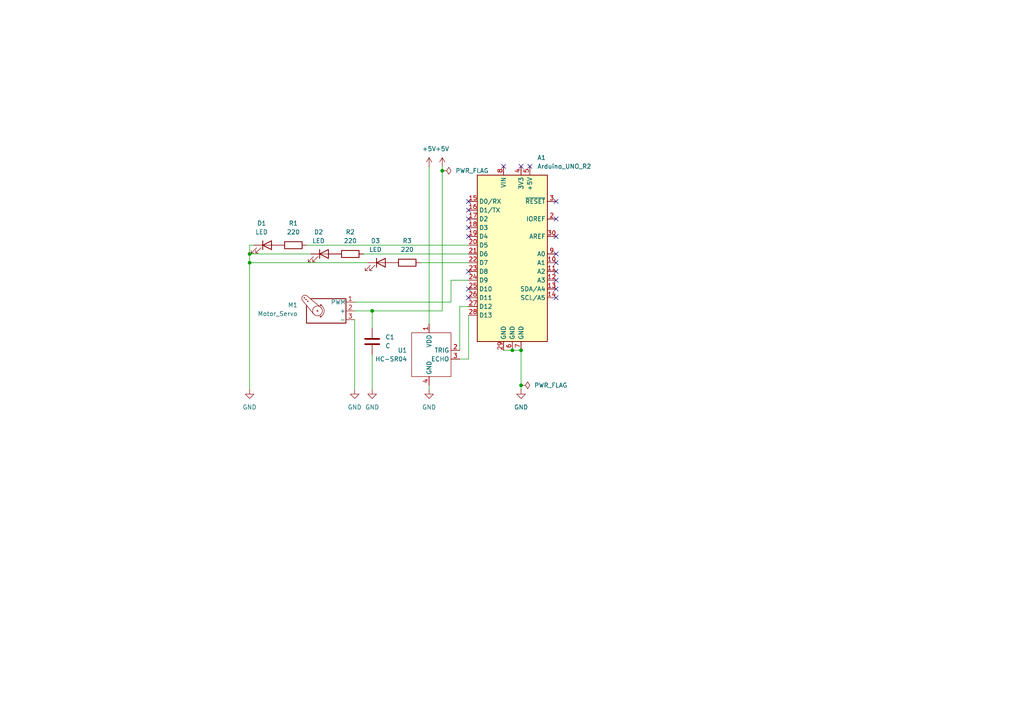
<source format=kicad_sch>
(kicad_sch (version 20250114) (generator "eeschema") (generator_version "9.0")
  (paper "A4")
  (lib_symbols
    (symbol "Device:C" (pin_numbers (hide yes)) (pin_names (offset 0.254))
      (property "Reference" "C" (at 0.635 2.54 0))
      (property "Value" "C" (at 0.635 -2.54 0))
      (symbol "C_0_1"
        (polyline (pts (xy -2.032 0.762) (xy 2.032 0.762)) (stroke (width 0.508)))
        (polyline (pts (xy -2.032 -0.762) (xy 2.032 -0.762)) (stroke (width 0.508)))
      )
      (symbol "C_1_1"
        (pin passive line (at 0 3.81 270) (length 2.794) (name "~") (number "1"))
        (pin passive line (at 0 -3.81 90) (length 2.794) (name "~") (number "2"))
      )
    )
    (symbol "Device:LED" (pin_numbers (hide yes)) (pin_names (offset 1.016) (hide yes))
      (property "Reference" "D" (at 0 2.54 0))
      (property "Value" "LED" (at 0 -2.54 0))
      (symbol "LED_0_1"
        (polyline (pts (xy -3.048 -0.762) (xy -4.572 -2.286) (xy -3.81 -2.286) (xy -4.572 -2.286) (xy -4.572 -1.524)))
        (polyline (pts (xy -1.778 -0.762) (xy -3.302 -2.286) (xy -2.54 -2.286) (xy -3.302 -2.286) (xy -3.302 -1.524)))
        (polyline (pts (xy -1.27 0) (xy 1.27 0)))
        (polyline (pts (xy -1.27 -1.27) (xy -1.27 1.27)) (stroke (width 0.254)))
        (polyline (pts (xy 1.27 -1.27) (xy 1.27 1.27) (xy -1.27 0) (xy 1.27 -1.27)) (stroke (width 0.254)))
      )
      (symbol "LED_1_1"
        (pin passive line (at -3.81 0 0) (length 2.54) (name "K") (number "1"))
        (pin passive line (at 3.81 0 180) (length 2.54) (name "A") (number "2"))
      )
    )
    (symbol "Device:R" (pin_numbers (hide yes)) (pin_names (offset 0))
      (property "Reference" "R" (at 2.032 0 90))
      (property "Value" "R" (at 0 0 90))
      (symbol "R_0_1"
        (rectangle (start -1.016 -2.54) (end 1.016 2.54) (stroke (width 0.254)))
      )
      (symbol "R_1_1"
        (pin passive line (at 0 3.81 270) (length 1.27) (name "~") (number "1"))
        (pin passive line (at 0 -3.81 90) (length 1.27) (name "~") (number "2"))
      )
    )
    (symbol "MCU_Module:Arduino_UNO_R2"
      (property "Reference" "A" (at -10.16 23.495 0))
      (property "Value" "Arduino_UNO_R2" (at 5.08 -26.67 0))
      (symbol "Arduino_UNO_R2_0_1"
        (rectangle (start -10.16 22.86) (end 10.16 -25.4) (stroke (width 0.254)) (fill (type background)))
      )
      (symbol "Arduino_UNO_R2_1_1"
        (pin bidirectional line (at -12.7 15.24 0) (length 2.54) (name "D0/RX") (number "15"))
        (pin bidirectional line (at -12.7 12.7 0) (length 2.54) (name "D1/TX") (number "16"))
        (pin bidirectional line (at -12.7 10.16 0) (length 2.54) (name "D2") (number "17"))
        (pin bidirectional line (at -12.7 7.62 0) (length 2.54) (name "D3") (number "18"))
        (pin bidirectional line (at -12.7 5.08 0) (length 2.54) (name "D4") (number "19"))
        (pin bidirectional line (at -12.7 2.54 0) (length 2.54) (name "D5") (number "20"))
        (pin bidirectional line (at -12.7 0 0) (length 2.54) (name "D6") (number "21"))
        (pin bidirectional line (at -12.7 -2.54 0) (length 2.54) (name "D7") (number "22"))
        (pin bidirectional line (at -12.7 -5.08 0) (length 2.54) (name "D8") (number "23"))
        (pin bidirectional line (at -12.7 -7.62 0) (length 2.54) (name "D9") (number "24"))
        (pin bidirectional line (at -12.7 -10.16 0) (length 2.54) (name "D10") (number "25"))
        (pin bidirectional line (at -12.7 -12.7 0) (length 2.54) (name "D11") (number "26"))
        (pin bidirectional line (at -12.7 -15.24 0) (length 2.54) (name "D12") (number "27"))
        (pin bidirectional line (at -12.7 -17.78 0) (length 2.54) (name "D13") (number "28"))
        (pin no_connect line (at -10.16 -20.32 0) (length 2.54) (hide yes) (name "NC") (number "1"))
        (pin power_in line (at -2.54 25.4 270) (length 2.54) (name "VIN") (number "8"))
        (pin power_in line (at -2.54 -27.94 90) (length 2.54) (name "GND") (number "29"))
        (pin power_in line (at 0 -27.94 90) (length 2.54) (name "GND") (number "6"))
        (pin power_out line (at 2.54 25.4 270) (length 2.54) (name "3V3") (number "4"))
        (pin power_in line (at 2.54 -27.94 90) (length 2.54) (name "GND") (number "7"))
        (pin power_out line (at 5.08 25.4 270) (length 2.54) (name "+5V") (number "5"))
        (pin input line (at 12.7 15.24 180) (length 2.54) (name "~{RESET}") (number "3"))
        (pin output line (at 12.7 10.16 180) (length 2.54) (name "IOREF") (number "2"))
        (pin input line (at 12.7 5.08 180) (length 2.54) (name "AREF") (number "30"))
        (pin bidirectional line (at 12.7 0 180) (length 2.54) (name "A0") (number "9"))
        (pin bidirectional line (at 12.7 -2.54 180) (length 2.54) (name "A1") (number "10"))
        (pin bidirectional line (at 12.7 -5.08 180) (length 2.54) (name "A2") (number "11"))
        (pin bidirectional line (at 12.7 -7.62 180) (length 2.54) (name "A3") (number "12"))
        (pin bidirectional line (at 12.7 -10.16 180) (length 2.54) (name "SDA/A4") (number "13"))
        (pin bidirectional line (at 12.7 -12.7 180) (length 2.54) (name "SCL/A5") (number "14"))
      )
    )
    (symbol "Motor:Motor_Servo" (pin_names (offset 0.0254))
      (property "Reference" "M" (at -5.08 4.445 0))
      (property "Value" "Motor_Servo" (at -5.08 -4.064 0))
      (symbol "Motor_Servo_0_1"
        (polyline (pts (xy 2.413 1.778) (xy 1.905 1.778)))
        (polyline (pts (xy 2.413 1.778) (xy 2.286 1.397)))
        (polyline (pts (xy 2.413 -1.778) (xy 2.032 -1.778)))
        (polyline (pts (xy 2.413 -1.778) (xy 2.286 -1.397)))
        (arc (start 2.413 -1.778) (mid 1.2406 0) (end 2.413 1.778))
        (circle (center 3.175 0) (radius 0.1778))
        (circle (center 3.175 0) (radius 1.4224))
        (polyline (pts (xy 5.08 3.556) (xy -5.08 3.556) (xy -5.08 -3.556) (xy 6.35 -3.556) (xy 6.35 1.524)) (stroke (width 0.254)))
        (circle (center 5.969 2.794) (radius 0.127))
        (polyline (pts (xy 6.35 4.445) (xy 2.54 1.27)))
        (circle (center 6.477 3.302) (radius 0.127))
        (arc (start 6.35 4.445) (mid 7.4487 4.2737) (end 7.62 3.175))
        (circle (center 6.985 3.81) (radius 0.127))
        (polyline (pts (xy 7.62 3.175) (xy 4.191 -1.016)))
      )
      (symbol "Motor_Servo_1_1"
        (pin passive line (at -7.62 2.54 0) (length 2.54) (name "PWM") (number "1"))
        (pin passive line (at -7.62 0 0) (length 2.54) (name "+") (number "2"))
        (pin passive line (at -7.62 -2.54 0) (length 2.54) (name "-") (number "3"))
      )
    )
    (symbol "power:+5V" (power) (pin_numbers (hide yes)) (pin_names (offset 0) (hide yes))
      (property "Value" "+5V" (at 0 3.556 0))
      (symbol "+5V_0_1"
        (polyline (pts (xy -0.762 1.27) (xy 0 2.54)))
        (polyline (pts (xy 0 2.54) (xy 0.762 1.27)))
        (polyline (pts (xy 0 0) (xy 0 2.54)))
      )
      (symbol "+5V_1_1"
        (pin power_in line (at 0 0 90) (length 0) (name "~") (number "1"))
      )
    )
    (symbol "power:GND" (power) (pin_numbers (hide yes)) (pin_names (offset 0) (hide yes))
      (property "Value" "GND" (at 0 -3.81 0))
      (symbol "GND_0_1"
        (polyline (pts (xy 0 0) (xy 0 -1.27) (xy 1.27 -1.27) (xy 0 -2.54) (xy -1.27 -1.27) (xy 0 -1.27)))
      )
      (symbol "GND_1_1"
        (pin power_in line (at 0 0 270) (length 0) (name "~") (number "1"))
      )
    )
    (symbol "power:PWR_FLAG" (power) (pin_numbers (hide yes)) (pin_names (offset 0) (hide yes))
      (property "Value" "PWR_FLAG" (at 0 3.81 0))
      (symbol "PWR_FLAG_0_0"
        (pin power_out line (at 0 0 90) (length 0) (name "~") (number "1"))
      )
      (symbol "PWR_FLAG_0_1"
        (polyline (pts (xy 0 0) (xy 0 1.27) (xy -1.016 1.905) (xy 0 2.54) (xy 1.016 1.905) (xy 0 1.27)))
      )
    )
    (symbol "sensor:hc-sr04"
      (property "Reference" "U" (at 0 0 0))
      (property "Value" "HC-SR04" (at 10.414 0 0))
      (symbol "hc-sr04_0_1"
        (rectangle (start -6.35 6.35) (end 5.08 -6.35))
      )
      (symbol "hc-sr04_1_1"
        (pin output line (at -8.89 1.27 0) (length 2.54) (name "TRIG") (number "2"))
        (pin input line (at -8.89 -1.27 0) (length 2.54) (name "ECHO") (number "3"))
        (pin power_in line (at 0 8.89 270) (length 2.54) (name "VDD") (number "1"))
        (pin power_in line (at 0 -8.89 90) (length 2.54) (name "GND") (number "4"))
      )
    )
  )
  (junction (at 151.13 101.6))
  (junction (at 107.95 90.17))
  (junction (at 151.13 111.76))
  (junction (at 72.39 73.66))
  (junction (at 148.59 101.6))
  (junction (at 128.27 49.53))
  (junction (at 72.39 76.2))
  (no_connect (at 161.29 73.66))
  (no_connect (at 161.29 76.2))
  (no_connect (at 161.29 83.82))
  (no_connect (at 161.29 63.5))
  (no_connect (at 135.89 60.96))
  (no_connect (at 161.29 86.36))
  (no_connect (at 146.05 48.26))
  (no_connect (at 153.67 48.26))
  (no_connect (at 135.89 58.42))
  (no_connect (at 135.89 78.74))
  (no_connect (at 135.89 66.04))
  (no_connect (at 135.89 83.82))
  (no_connect (at 161.29 78.74))
  (no_connect (at 135.89 86.36))
  (no_connect (at 135.89 63.5))
  (no_connect (at 161.29 58.42))
  (no_connect (at 161.29 81.28))
  (no_connect (at 135.89 68.58))
  (no_connect (at 161.29 68.58))
  (no_connect (at 151.13 48.26))
  (wire (pts (xy 128.27 49.53) (xy 128.27 90.17)))
  (wire (pts (xy 102.87 92.71) (xy 102.87 113.03)))
  (wire (pts (xy 130.81 81.28) (xy 135.89 81.28)))
  (wire (pts (xy 133.35 104.14) (xy 135.89 104.14)))
  (wire (pts (xy 88.9 71.12) (xy 135.89 71.12)))
  (wire (pts (xy 107.95 90.17) (xy 128.27 90.17)))
  (wire (pts (xy 102.87 87.63) (xy 130.81 87.63)))
  (wire (pts (xy 72.39 73.66) (xy 90.17 73.66)))
  (wire (pts (xy 102.87 90.17) (xy 107.95 90.17)))
  (wire (pts (xy 107.95 102.87) (xy 107.95 113.03)))
  (wire (pts (xy 148.59 101.6) (xy 151.13 101.6)))
  (wire (pts (xy 130.81 87.63) (xy 130.81 81.28)))
  (wire (pts (xy 124.46 111.76) (xy 124.46 113.03)))
  (wire (pts (xy 73.66 71.12) (xy 72.39 71.12)))
  (wire (pts (xy 72.39 73.66) (xy 72.39 76.2)))
  (wire (pts (xy 128.27 48.26) (xy 128.27 49.53)))
  (wire (pts (xy 151.13 111.76) (xy 151.13 113.03)))
  (wire (pts (xy 124.46 48.26) (xy 124.46 93.98)))
  (wire (pts (xy 72.39 71.12) (xy 72.39 73.66)))
  (wire (pts (xy 133.35 101.6) (xy 133.35 88.9)))
  (wire (pts (xy 121.92 76.2) (xy 135.89 76.2)))
  (wire (pts (xy 72.39 76.2) (xy 72.39 113.03)))
  (wire (pts (xy 135.89 104.14) (xy 135.89 91.44)))
  (wire (pts (xy 106.68 76.2) (xy 72.39 76.2)))
  (wire (pts (xy 146.05 101.6) (xy 148.59 101.6)))
  (wire (pts (xy 107.95 95.25) (xy 107.95 90.17)))
  (wire (pts (xy 133.35 88.9) (xy 135.89 88.9)))
  (wire (pts (xy 105.41 73.66) (xy 135.89 73.66)))
  (wire (pts (xy 151.13 101.6) (xy 151.13 111.76)))
  (symbol (lib_id "power:+5V") (at 128.27 48.26 0) (unit 1)
    (property "Reference" "#PWR02" (effects (hide yes)))
    (property "Value" "+5V" (at 128.27 43.18 0))
    (property "Description" "Power symbol creates a global label with name \"+5V\"" (effects (hide yes)))
  )
  (symbol (lib_id "sensor:hc-sr04") (at 124.46 102.87 0) (mirror y) (unit 1)
    (property "Reference" "U1" (at 118.11 101.5999 0) (effects (justify left)))
    (property "Value" "HC-SR04" (at 118.11 104.1399 0) (effects (justify left)))
  )
  (symbol (lib_id "power:PWR_FLAG") (at 151.13 111.76 270) (unit 1)
    (property "Reference" "#FLG01" (effects (hide yes)))
    (property "Value" "PWR_FLAG" (at 154.94 111.7599 90) (effects (justify left)))
    (property "Description" "Special symbol for telling ERC where power comes from" (effects (hide yes)))
  )
  (symbol (lib_id "Device:LED") (at 93.98 73.66 0) (unit 1)
    (property "Reference" "D2" (at 92.3925 67.31 0))
    (property "Value" "LED" (at 92.3925 69.85 0))
    (property "Description" "Light emitting diode" (effects (hide yes)))
    (property "Sim.Pins" "1=K 2=A" (effects (hide yes)))
  )
  (symbol (lib_id "Device:R") (at 85.09 71.12 90) (unit 1)
    (property "Reference" "R1" (at 85.09 64.77 90))
    (property "Value" "220" (at 85.09 67.31 90))
    (property "Description" "Resistor" (effects (hide yes)))
  )
  (symbol (lib_id "Device:LED") (at 110.49 76.2 0) (unit 1)
    (property "Reference" "D3" (at 108.9025 69.85 0))
    (property "Value" "LED" (at 108.9025 72.39 0))
    (property "Description" "Light emitting diode" (effects (hide yes)))
    (property "Sim.Pins" "1=K 2=A" (effects (hide yes)))
  )
  (symbol (lib_id "Motor:Motor_Servo") (at 95.25 90.17 0) (mirror y) (unit 1)
    (property "Reference" "M1" (at 86.36 88.4668 0) (effects (justify left)))
    (property "Value" "Motor_Servo" (at 86.36 91.0068 0) (effects (justify left)))
    (property "Datasheet" "http://forums.parallax.com/uploads/attachments/46831/74481.png" (effects (hide yes)))
    (property "Description" "Servo Motor (Futaba, HiTec, JR connector)" (effects (hide yes)))
  )
  (symbol (lib_id "power:GND") (at 151.13 113.03 0) (unit 1)
    (property "Reference" "#PWR01" (effects (hide yes)))
    (property "Value" "GND" (at 151.13 118.11 0))
    (property "Description" "Power symbol creates a global label with name \"GND\" , ground" (effects (hide yes)))
  )
  (symbol (lib_id "power:GND") (at 102.87 113.03 0) (unit 1)
    (property "Reference" "#PWR03" (effects (hide yes)))
    (property "Value" "GND" (at 102.87 118.11 0))
    (property "Description" "Power symbol creates a global label with name \"GND\" , ground" (effects (hide yes)))
  )
  (symbol (lib_id "power:+5V") (at 124.46 48.26 0) (unit 1)
    (property "Reference" "#PWR06" (effects (hide yes)))
    (property "Value" "+5V" (at 124.46 43.18 0))
    (property "Description" "Power symbol creates a global label with name \"+5V\"" (effects (hide yes)))
  )
  (symbol (lib_id "MCU_Module:Arduino_UNO_R2") (at 148.59 73.66 0) (unit 1)
    (property "Reference" "A1" (at 155.8133 45.72 0) (effects (justify left)))
    (property "Value" "Arduino_UNO_R2" (at 155.8133 48.26 0) (effects (justify left)))
    (property "Footprint" "Module:Arduino_UNO_R2" (effects (hide yes)))
    (property "Datasheet" "https://www.arduino.cc/en/Main/arduinoBoardUno" (effects (hide yes)))
    (property "Description" "Arduino UNO Microcontroller Module, release 2" (effects (hide yes)))
  )
  (symbol (lib_id "power:PWR_FLAG") (at 128.27 49.53 270) (unit 1)
    (property "Reference" "#FLG02" (effects (hide yes)))
    (property "Value" "PWR_FLAG" (at 132.08 49.5299 90) (effects (justify left)))
    (property "Description" "Special symbol for telling ERC where power comes from" (effects (hide yes)))
  )
  (symbol (lib_id "Device:C") (at 107.95 99.06 180) (unit 1)
    (property "Reference" "C1" (at 111.76 97.7899 0) (effects (justify right)))
    (property "Value" "C" (at 111.76 100.3299 0) (effects (justify right)))
    (property "Description" "Unpolarized capacitor" (effects (hide yes)))
  )
  (symbol (lib_id "Device:R") (at 101.6 73.66 90) (unit 1)
    (property "Reference" "R2" (at 101.6 67.31 90))
    (property "Value" "220" (at 101.6 69.85 90))
    (property "Description" "Resistor" (effects (hide yes)))
  )
  (symbol (lib_id "power:GND") (at 72.39 113.03 0) (unit 1)
    (property "Reference" "#PWR04" (effects (hide yes)))
    (property "Value" "GND" (at 72.39 118.11 0))
    (property "Description" "Power symbol creates a global label with name \"GND\" , ground" (effects (hide yes)))
  )
  (symbol (lib_id "Device:R") (at 118.11 76.2 90) (unit 1)
    (property "Reference" "R3" (at 118.11 69.85 90))
    (property "Value" "220" (at 118.11 72.39 90))
    (property "Description" "Resistor" (effects (hide yes)))
  )
  (symbol (lib_id "power:GND") (at 124.46 113.03 0) (unit 1)
    (property "Reference" "#PWR07" (effects (hide yes)))
    (property "Value" "GND" (at 124.46 118.11 0))
    (property "Description" "Power symbol creates a global label with name \"GND\" , ground" (effects (hide yes)))
  )
  (symbol (lib_id "power:GND") (at 107.95 113.03 0) (unit 1)
    (property "Reference" "#PWR05" (effects (hide yes)))
    (property "Value" "GND" (at 107.95 118.11 0))
    (property "Description" "Power symbol creates a global label with name \"GND\" , ground" (effects (hide yes)))
  )
  (symbol (lib_id "Device:LED") (at 77.47 71.12 0) (unit 1)
    (property "Reference" "D1" (at 75.8825 64.77 0))
    (property "Value" "LED" (at 75.8825 67.31 0))
    (property "Description" "Light emitting diode" (effects (hide yes)))
    (property "Sim.Pins" "1=K 2=A" (effects (hide yes)))
  )
)
</source>
